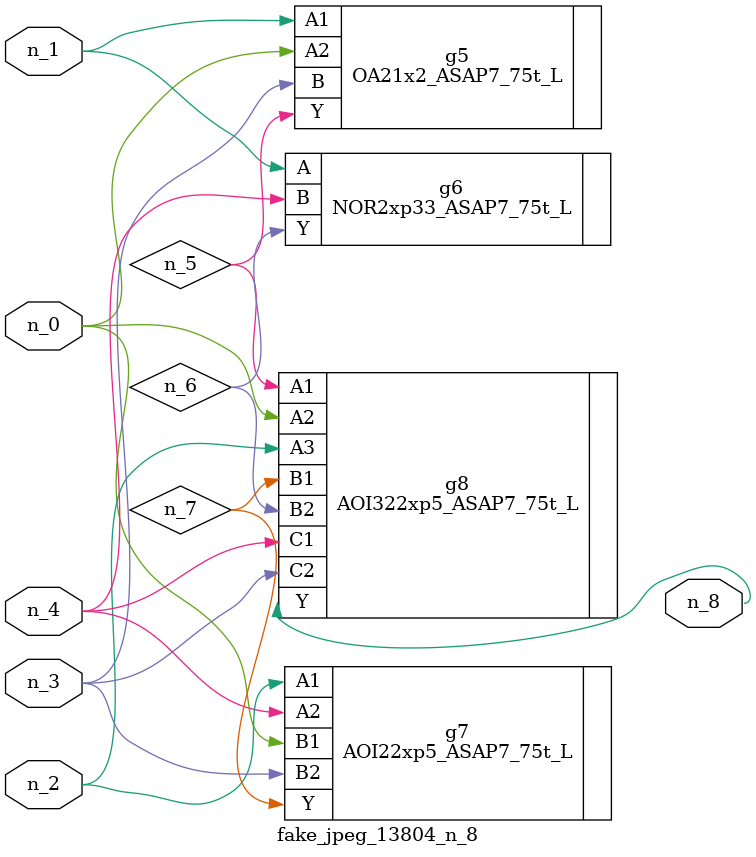
<source format=v>
module fake_jpeg_13804_n_8 (n_3, n_2, n_1, n_0, n_4, n_8);

input n_3;
input n_2;
input n_1;
input n_0;
input n_4;

output n_8;

wire n_6;
wire n_5;
wire n_7;

OA21x2_ASAP7_75t_L g5 ( 
.A1(n_1),
.A2(n_0),
.B(n_3),
.Y(n_5)
);

NOR2xp33_ASAP7_75t_L g6 ( 
.A(n_1),
.B(n_4),
.Y(n_6)
);

AOI22xp5_ASAP7_75t_L g7 ( 
.A1(n_2),
.A2(n_4),
.B1(n_0),
.B2(n_3),
.Y(n_7)
);

AOI322xp5_ASAP7_75t_L g8 ( 
.A1(n_5),
.A2(n_0),
.A3(n_2),
.B1(n_7),
.B2(n_6),
.C1(n_4),
.C2(n_3),
.Y(n_8)
);


endmodule
</source>
